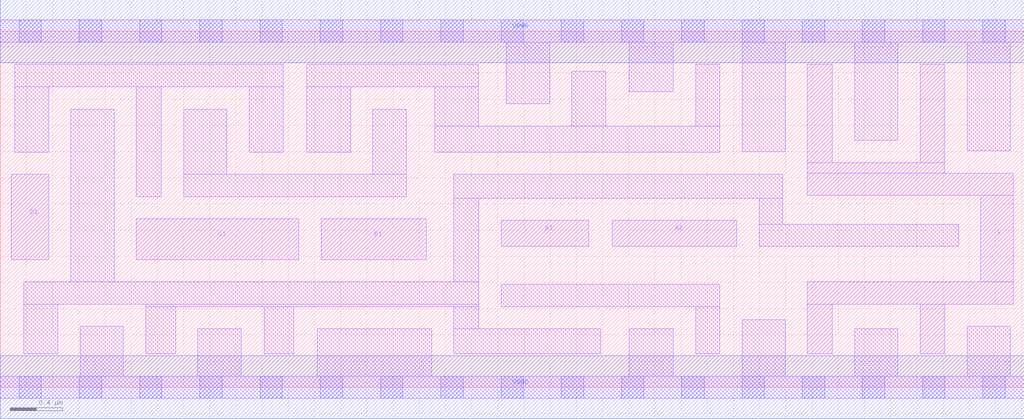
<source format=lef>
# Copyright 2020 The SkyWater PDK Authors
#
# Licensed under the Apache License, Version 2.0 (the "License");
# you may not use this file except in compliance with the License.
# You may obtain a copy of the License at
#
#     https://www.apache.org/licenses/LICENSE-2.0
#
# Unless required by applicable law or agreed to in writing, software
# distributed under the License is distributed on an "AS IS" BASIS,
# WITHOUT WARRANTIES OR CONDITIONS OF ANY KIND, either express or implied.
# See the License for the specific language governing permissions and
# limitations under the License.
#
# SPDX-License-Identifier: Apache-2.0

VERSION 5.7 ;
  NAMESCASESENSITIVE ON ;
  NOWIREEXTENSIONATPIN ON ;
  DIVIDERCHAR "/" ;
  BUSBITCHARS "[]" ;
UNITS
  DATABASE MICRONS 200 ;
END UNITS
MACRO sky130_fd_sc_hd__a2111o_4
  CLASS CORE ;
  FOREIGN sky130_fd_sc_hd__a2111o_4 ;
  ORIGIN  0.000000  0.000000 ;
  SIZE  7.820000 BY  2.720000 ;
  SYMMETRY X Y R90 ;
  SITE unithd ;
  PIN A1
    ANTENNAGATEAREA  0.495000 ;
    DIRECTION INPUT ;
    USE SIGNAL ;
    PORT
      LAYER li1 ;
        RECT 3.825000 1.075000 4.495000 1.275000 ;
    END
  END A1
  PIN A2
    ANTENNAGATEAREA  0.495000 ;
    DIRECTION INPUT ;
    USE SIGNAL ;
    PORT
      LAYER li1 ;
        RECT 4.675000 1.075000 5.625000 1.275000 ;
    END
  END A2
  PIN B1
    ANTENNAGATEAREA  0.495000 ;
    DIRECTION INPUT ;
    USE SIGNAL ;
    PORT
      LAYER li1 ;
        RECT 2.450000 0.975000 3.255000 1.285000 ;
    END
  END B1
  PIN C1
    ANTENNAGATEAREA  0.495000 ;
    DIRECTION INPUT ;
    USE SIGNAL ;
    PORT
      LAYER li1 ;
        RECT 1.040000 0.975000 2.280000 1.285000 ;
    END
  END C1
  PIN D1
    ANTENNAGATEAREA  0.495000 ;
    DIRECTION INPUT ;
    USE SIGNAL ;
    PORT
      LAYER li1 ;
        RECT 0.085000 0.975000 0.370000 1.625000 ;
    END
  END D1
  PIN X
    ANTENNADIFFAREA  0.924000 ;
    DIRECTION OUTPUT ;
    USE SIGNAL ;
    PORT
      LAYER li1 ;
        RECT 6.165000 0.255000 6.355000 0.635000 ;
        RECT 6.165000 0.635000 7.735000 0.805000 ;
        RECT 6.165000 1.465000 7.735000 1.635000 ;
        RECT 6.165000 1.635000 7.215000 1.715000 ;
        RECT 6.165000 1.715000 6.355000 2.465000 ;
        RECT 7.025000 0.255000 7.215000 0.635000 ;
        RECT 7.025000 1.715000 7.215000 2.465000 ;
        RECT 7.490000 0.805000 7.735000 1.465000 ;
    END
  END X
  PIN VGND
    DIRECTION INOUT ;
    SHAPE ABUTMENT ;
    USE GROUND ;
    PORT
      LAYER met1 ;
        RECT 0.000000 -0.240000 7.820000 0.240000 ;
    END
  END VGND
  PIN VPWR
    DIRECTION INOUT ;
    SHAPE ABUTMENT ;
    USE POWER ;
    PORT
      LAYER met1 ;
        RECT 0.000000 2.480000 7.820000 2.960000 ;
    END
  END VPWR
  OBS
    LAYER li1 ;
      RECT 0.000000 -0.085000 7.820000 0.085000 ;
      RECT 0.000000  2.635000 7.820000 2.805000 ;
      RECT 0.110000  1.795000 0.370000 2.295000 ;
      RECT 0.110000  2.295000 2.160000 2.465000 ;
      RECT 0.180000  0.255000 0.440000 0.635000 ;
      RECT 0.180000  0.635000 3.655000 0.805000 ;
      RECT 0.540000  0.805000 0.870000 2.125000 ;
      RECT 0.610000  0.085000 0.940000 0.465000 ;
      RECT 1.040000  1.455000 1.230000 2.295000 ;
      RECT 1.110000  0.255000 1.340000 0.615000 ;
      RECT 1.110000  0.615000 3.655000 0.635000 ;
      RECT 1.400000  1.455000 3.100000 1.625000 ;
      RECT 1.400000  1.625000 1.730000 2.125000 ;
      RECT 1.510000  0.085000 1.840000 0.445000 ;
      RECT 1.900000  1.795000 2.160000 2.295000 ;
      RECT 2.015000  0.255000 2.240000 0.615000 ;
      RECT 2.340000  1.795000 2.675000 2.295000 ;
      RECT 2.340000  2.295000 3.650000 2.465000 ;
      RECT 2.420000  0.085000 3.295000 0.445000 ;
      RECT 2.845000  1.625000 3.100000 2.125000 ;
      RECT 3.320000  1.795000 5.495000 1.995000 ;
      RECT 3.320000  1.995000 3.650000 2.295000 ;
      RECT 3.465000  0.255000 4.585000 0.445000 ;
      RECT 3.465000  0.445000 3.655000 0.615000 ;
      RECT 3.465000  0.805000 3.655000 1.445000 ;
      RECT 3.465000  1.445000 5.975000 1.625000 ;
      RECT 3.825000  0.615000 5.495000 0.785000 ;
      RECT 3.865000  2.165000 4.195000 2.635000 ;
      RECT 4.365000  1.995000 4.625000 2.415000 ;
      RECT 4.805000  0.085000 5.140000 0.445000 ;
      RECT 4.805000  2.255000 5.140000 2.635000 ;
      RECT 5.310000  0.255000 5.495000 0.615000 ;
      RECT 5.310000  1.995000 5.495000 2.465000 ;
      RECT 5.665000  0.085000 5.995000 0.515000 ;
      RECT 5.665000  1.800000 5.995000 2.635000 ;
      RECT 5.795000  1.075000 7.320000 1.245000 ;
      RECT 5.795000  1.245000 5.975000 1.445000 ;
      RECT 6.525000  0.085000 6.855000 0.445000 ;
      RECT 6.525000  1.885000 6.855000 2.635000 ;
      RECT 7.385000  0.085000 7.715000 0.465000 ;
      RECT 7.385000  1.805000 7.715000 2.635000 ;
    LAYER mcon ;
      RECT 0.145000 -0.085000 0.315000 0.085000 ;
      RECT 0.145000  2.635000 0.315000 2.805000 ;
      RECT 0.605000 -0.085000 0.775000 0.085000 ;
      RECT 0.605000  2.635000 0.775000 2.805000 ;
      RECT 1.065000 -0.085000 1.235000 0.085000 ;
      RECT 1.065000  2.635000 1.235000 2.805000 ;
      RECT 1.525000 -0.085000 1.695000 0.085000 ;
      RECT 1.525000  2.635000 1.695000 2.805000 ;
      RECT 1.985000 -0.085000 2.155000 0.085000 ;
      RECT 1.985000  2.635000 2.155000 2.805000 ;
      RECT 2.445000 -0.085000 2.615000 0.085000 ;
      RECT 2.445000  2.635000 2.615000 2.805000 ;
      RECT 2.905000 -0.085000 3.075000 0.085000 ;
      RECT 2.905000  2.635000 3.075000 2.805000 ;
      RECT 3.365000 -0.085000 3.535000 0.085000 ;
      RECT 3.365000  2.635000 3.535000 2.805000 ;
      RECT 3.825000 -0.085000 3.995000 0.085000 ;
      RECT 3.825000  2.635000 3.995000 2.805000 ;
      RECT 4.285000 -0.085000 4.455000 0.085000 ;
      RECT 4.285000  2.635000 4.455000 2.805000 ;
      RECT 4.745000 -0.085000 4.915000 0.085000 ;
      RECT 4.745000  2.635000 4.915000 2.805000 ;
      RECT 5.205000 -0.085000 5.375000 0.085000 ;
      RECT 5.205000  2.635000 5.375000 2.805000 ;
      RECT 5.665000 -0.085000 5.835000 0.085000 ;
      RECT 5.665000  2.635000 5.835000 2.805000 ;
      RECT 6.125000 -0.085000 6.295000 0.085000 ;
      RECT 6.125000  2.635000 6.295000 2.805000 ;
      RECT 6.585000 -0.085000 6.755000 0.085000 ;
      RECT 6.585000  2.635000 6.755000 2.805000 ;
      RECT 7.045000 -0.085000 7.215000 0.085000 ;
      RECT 7.045000  2.635000 7.215000 2.805000 ;
      RECT 7.505000 -0.085000 7.675000 0.085000 ;
      RECT 7.505000  2.635000 7.675000 2.805000 ;
  END
END sky130_fd_sc_hd__a2111o_4
END LIBRARY

</source>
